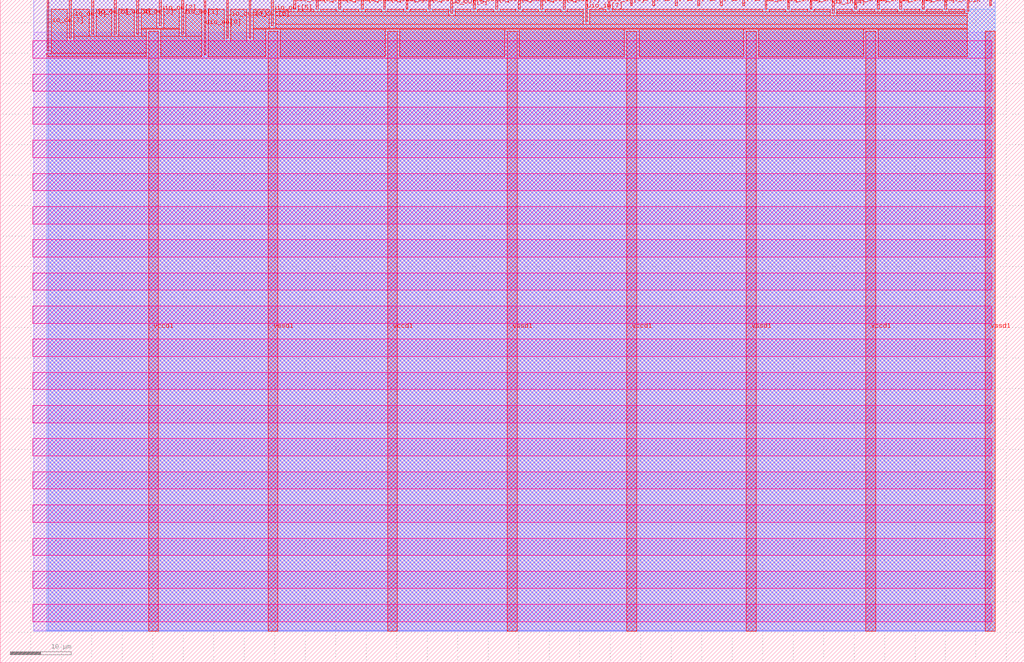
<source format=lef>
VERSION 5.7 ;
  NOWIREEXTENSIONATPIN ON ;
  DIVIDERCHAR "/" ;
  BUSBITCHARS "[]" ;
MACRO tt_um_ternaryPC_radixconvert
  CLASS BLOCK ;
  FOREIGN tt_um_ternaryPC_radixconvert ;
  ORIGIN 0.000 0.000 ;
  SIZE 167.900 BY 108.800 ;
  PIN clk
    DIRECTION INPUT ;
    USE SIGNAL ;
    PORT
      LAYER met4 ;
        RECT 158.550 106.950 158.850 108.800 ;
    END
  END clk
  PIN ena
    DIRECTION INPUT ;
    USE SIGNAL ;
    PORT
      LAYER met4 ;
        RECT 162.230 107.800 162.530 108.800 ;
    END
  END ena
  PIN rst_n
    DIRECTION INPUT ;
    USE SIGNAL ;
    PORT
      LAYER met4 ;
        RECT 154.870 107.260 155.170 108.800 ;
    END
  END rst_n
  PIN ui_in[0]
    DIRECTION INPUT ;
    USE SIGNAL ;
    PORT
      LAYER met4 ;
        RECT 151.190 107.260 151.490 108.800 ;
    END
  END ui_in[0]
  PIN ui_in[1]
    DIRECTION INPUT ;
    USE SIGNAL ;
    PORT
      LAYER met4 ;
        RECT 147.510 107.260 147.810 108.800 ;
    END
  END ui_in[1]
  PIN ui_in[2]
    DIRECTION INPUT ;
    USE SIGNAL ;
    PORT
      LAYER met4 ;
        RECT 143.830 107.260 144.130 108.800 ;
    END
  END ui_in[2]
  PIN ui_in[3]
    DIRECTION INPUT ;
    USE SIGNAL ;
    PORT
      LAYER met4 ;
        RECT 140.150 107.260 140.450 108.800 ;
    END
  END ui_in[3]
  PIN ui_in[4]
    DIRECTION INPUT ;
    USE SIGNAL ;
    PORT
      LAYER met4 ;
        RECT 136.470 106.580 136.770 108.800 ;
    END
  END ui_in[4]
  PIN ui_in[5]
    DIRECTION INPUT ;
    USE SIGNAL ;
    PORT
      LAYER met4 ;
        RECT 132.790 107.260 133.090 108.800 ;
    END
  END ui_in[5]
  PIN ui_in[6]
    DIRECTION INPUT ;
    USE SIGNAL ;
    PORT
      LAYER met4 ;
        RECT 129.110 107.260 129.410 108.800 ;
    END
  END ui_in[6]
  PIN ui_in[7]
    DIRECTION INPUT ;
    USE SIGNAL ;
    PORT
      LAYER met4 ;
        RECT 125.430 107.260 125.730 108.800 ;
    END
  END ui_in[7]
  PIN uio_in[0]
    DIRECTION INPUT ;
    USE SIGNAL ;
    PORT
      LAYER met4 ;
        RECT 121.750 107.800 122.050 108.800 ;
    END
  END uio_in[0]
  PIN uio_in[1]
    DIRECTION INPUT ;
    USE SIGNAL ;
    PORT
      LAYER met4 ;
        RECT 118.070 107.800 118.370 108.800 ;
    END
  END uio_in[1]
  PIN uio_in[2]
    DIRECTION INPUT ;
    USE SIGNAL ;
    PORT
      LAYER met4 ;
        RECT 114.390 107.800 114.690 108.800 ;
    END
  END uio_in[2]
  PIN uio_in[3]
    DIRECTION INPUT ;
    USE SIGNAL ;
    PORT
      LAYER met4 ;
        RECT 110.710 107.800 111.010 108.800 ;
    END
  END uio_in[3]
  PIN uio_in[4]
    DIRECTION INPUT ;
    USE SIGNAL ;
    PORT
      LAYER met4 ;
        RECT 107.030 107.800 107.330 108.800 ;
    END
  END uio_in[4]
  PIN uio_in[5]
    DIRECTION INPUT ;
    USE SIGNAL ;
    PORT
      LAYER met4 ;
        RECT 103.350 107.800 103.650 108.800 ;
    END
  END uio_in[5]
  PIN uio_in[6]
    DIRECTION INPUT ;
    USE SIGNAL ;
    PORT
      LAYER met4 ;
        RECT 99.670 107.260 99.970 108.800 ;
    END
  END uio_in[6]
  PIN uio_in[7]
    DIRECTION INPUT ;
    USE SIGNAL ;
    PORT
      LAYER met4 ;
        RECT 95.990 105.220 96.290 108.800 ;
    END
  END uio_in[7]
  PIN uio_oe[0]
    DIRECTION OUTPUT TRISTATE ;
    USE SIGNAL ;
    PORT
      LAYER met4 ;
        RECT 33.430 99.780 33.730 108.800 ;
    END
  END uio_oe[0]
  PIN uio_oe[1]
    DIRECTION OUTPUT TRISTATE ;
    USE SIGNAL ;
    PORT
      LAYER met4 ;
        RECT 29.750 103.180 30.050 108.800 ;
    END
  END uio_oe[1]
  PIN uio_oe[2]
    DIRECTION OUTPUT TRISTATE ;
    USE SIGNAL ;
    PORT
      LAYER met4 ;
        RECT 26.070 104.540 26.370 108.800 ;
    END
  END uio_oe[2]
  PIN uio_oe[3]
    DIRECTION OUTPUT TRISTATE ;
    USE SIGNAL ;
    PORT
      LAYER met4 ;
        RECT 22.390 103.180 22.690 108.800 ;
    END
  END uio_oe[3]
  PIN uio_oe[4]
    DIRECTION OUTPUT TRISTATE ;
    USE SIGNAL ;
    PORT
      LAYER met4 ;
        RECT 18.710 103.180 19.010 108.800 ;
    END
  END uio_oe[4]
  PIN uio_oe[5]
    DIRECTION OUTPUT TRISTATE ;
    USE SIGNAL ;
    PORT
      LAYER met4 ;
        RECT 15.030 103.180 15.330 108.800 ;
    END
  END uio_oe[5]
  PIN uio_oe[6]
    DIRECTION OUTPUT TRISTATE ;
    USE SIGNAL ;
    PORT
      LAYER met4 ;
        RECT 11.350 102.500 11.650 108.800 ;
    END
  END uio_oe[6]
  PIN uio_oe[7]
    DIRECTION OUTPUT TRISTATE ;
    USE SIGNAL ;
    PORT
      LAYER met4 ;
        RECT 7.670 100.460 7.970 108.800 ;
    END
  END uio_oe[7]
  PIN uio_out[0]
    DIRECTION OUTPUT TRISTATE ;
    USE SIGNAL ;
    PORT
      LAYER met4 ;
        RECT 62.870 107.260 63.170 108.800 ;
    END
  END uio_out[0]
  PIN uio_out[1]
    DIRECTION OUTPUT TRISTATE ;
    USE SIGNAL ;
    PORT
      LAYER met4 ;
        RECT 59.190 107.260 59.490 108.800 ;
    END
  END uio_out[1]
  PIN uio_out[2]
    DIRECTION OUTPUT TRISTATE ;
    USE SIGNAL ;
    PORT
      LAYER met4 ;
        RECT 55.510 107.260 55.810 108.800 ;
    END
  END uio_out[2]
  PIN uio_out[3]
    DIRECTION OUTPUT TRISTATE ;
    USE SIGNAL ;
    PORT
      LAYER met4 ;
        RECT 51.830 107.260 52.130 108.800 ;
    END
  END uio_out[3]
  PIN uio_out[4]
    DIRECTION OUTPUT TRISTATE ;
    USE SIGNAL ;
    PORT
      LAYER met4 ;
        RECT 48.150 107.260 48.450 108.800 ;
    END
  END uio_out[4]
  PIN uio_out[5]
    DIRECTION OUTPUT TRISTATE ;
    USE SIGNAL ;
    PORT
      LAYER met4 ;
        RECT 44.470 104.540 44.770 108.800 ;
    END
  END uio_out[5]
  PIN uio_out[6]
    DIRECTION OUTPUT TRISTATE ;
    USE SIGNAL ;
    PORT
      LAYER met4 ;
        RECT 40.790 102.500 41.090 108.800 ;
    END
  END uio_out[6]
  PIN uio_out[7]
    DIRECTION OUTPUT TRISTATE ;
    USE SIGNAL ;
    PORT
      LAYER met4 ;
        RECT 37.110 102.500 37.410 108.800 ;
    END
  END uio_out[7]
  PIN uo_out[0]
    DIRECTION OUTPUT TRISTATE ;
    USE SIGNAL ;
    PORT
      LAYER met4 ;
        RECT 92.310 107.260 92.610 108.800 ;
    END
  END uo_out[0]
  PIN uo_out[1]
    DIRECTION OUTPUT TRISTATE ;
    USE SIGNAL ;
    PORT
      LAYER met4 ;
        RECT 88.630 107.260 88.930 108.800 ;
    END
  END uo_out[1]
  PIN uo_out[2]
    DIRECTION OUTPUT TRISTATE ;
    USE SIGNAL ;
    PORT
      LAYER met4 ;
        RECT 84.950 107.260 85.250 108.800 ;
    END
  END uo_out[2]
  PIN uo_out[3]
    DIRECTION OUTPUT TRISTATE ;
    USE SIGNAL ;
    PORT
      LAYER met4 ;
        RECT 81.270 107.260 81.570 108.800 ;
    END
  END uo_out[3]
  PIN uo_out[4]
    DIRECTION OUTPUT TRISTATE ;
    USE SIGNAL ;
    PORT
      LAYER met4 ;
        RECT 77.590 107.260 77.890 108.800 ;
    END
  END uo_out[4]
  PIN uo_out[5]
    DIRECTION OUTPUT TRISTATE ;
    USE SIGNAL ;
    PORT
      LAYER met4 ;
        RECT 73.910 106.580 74.210 108.800 ;
    END
  END uo_out[5]
  PIN uo_out[6]
    DIRECTION OUTPUT TRISTATE ;
    USE SIGNAL ;
    PORT
      LAYER met4 ;
        RECT 70.230 107.260 70.530 108.800 ;
    END
  END uo_out[6]
  PIN uo_out[7]
    DIRECTION OUTPUT TRISTATE ;
    USE SIGNAL ;
    PORT
      LAYER met4 ;
        RECT 66.550 107.260 66.850 108.800 ;
    END
  END uo_out[7]
  PIN vccd1
    DIRECTION INOUT ;
    USE POWER ;
    PORT
      LAYER met4 ;
        RECT 24.325 5.200 25.925 103.600 ;
    END
    PORT
      LAYER met4 ;
        RECT 63.535 5.200 65.135 103.600 ;
    END
    PORT
      LAYER met4 ;
        RECT 102.745 5.200 104.345 103.600 ;
    END
    PORT
      LAYER met4 ;
        RECT 141.955 5.200 143.555 103.600 ;
    END
  END vccd1
  PIN vssd1
    DIRECTION INOUT ;
    USE GROUND ;
    PORT
      LAYER met4 ;
        RECT 43.930 5.200 45.530 103.600 ;
    END
    PORT
      LAYER met4 ;
        RECT 83.140 5.200 84.740 103.600 ;
    END
    PORT
      LAYER met4 ;
        RECT 122.350 5.200 123.950 103.600 ;
    END
    PORT
      LAYER met4 ;
        RECT 161.560 5.200 163.160 103.600 ;
    END
  END vssd1
  OBS
      LAYER nwell ;
        RECT 5.330 99.225 162.570 102.055 ;
        RECT 5.330 93.785 162.570 96.615 ;
        RECT 5.330 88.345 162.570 91.175 ;
        RECT 5.330 82.905 162.570 85.735 ;
        RECT 5.330 77.465 162.570 80.295 ;
        RECT 5.330 72.025 162.570 74.855 ;
        RECT 5.330 66.585 162.570 69.415 ;
        RECT 5.330 61.145 162.570 63.975 ;
        RECT 5.330 55.705 162.570 58.535 ;
        RECT 5.330 50.265 162.570 53.095 ;
        RECT 5.330 44.825 162.570 47.655 ;
        RECT 5.330 39.385 162.570 42.215 ;
        RECT 5.330 33.945 162.570 36.775 ;
        RECT 5.330 28.505 162.570 31.335 ;
        RECT 5.330 23.065 162.570 25.895 ;
        RECT 5.330 17.625 162.570 20.455 ;
        RECT 5.330 12.185 162.570 15.015 ;
        RECT 5.330 6.745 162.570 9.575 ;
      LAYER li1 ;
        RECT 5.520 5.355 162.380 103.445 ;
      LAYER met1 ;
        RECT 5.520 5.200 163.160 108.760 ;
      LAYER met2 ;
        RECT 7.910 5.255 163.130 108.790 ;
      LAYER met3 ;
        RECT 7.630 5.275 163.150 107.265 ;
      LAYER met4 ;
        RECT 8.370 102.100 10.950 107.265 ;
        RECT 12.050 102.780 14.630 107.265 ;
        RECT 15.730 102.780 18.310 107.265 ;
        RECT 19.410 102.780 21.990 107.265 ;
        RECT 23.090 104.140 25.670 107.265 ;
        RECT 26.770 104.140 29.350 107.265 ;
        RECT 23.090 104.000 29.350 104.140 ;
        RECT 23.090 102.780 23.925 104.000 ;
        RECT 12.050 102.100 23.925 102.780 ;
        RECT 8.370 100.060 23.925 102.100 ;
        RECT 7.655 99.455 23.925 100.060 ;
        RECT 26.325 102.780 29.350 104.000 ;
        RECT 30.450 102.780 33.030 107.265 ;
        RECT 26.325 99.455 33.030 102.780 ;
        RECT 34.130 102.100 36.710 107.265 ;
        RECT 37.810 102.100 40.390 107.265 ;
        RECT 41.490 104.140 44.070 107.265 ;
        RECT 45.170 106.860 47.750 107.265 ;
        RECT 48.850 106.860 51.430 107.265 ;
        RECT 52.530 106.860 55.110 107.265 ;
        RECT 56.210 106.860 58.790 107.265 ;
        RECT 59.890 106.860 62.470 107.265 ;
        RECT 63.570 106.860 66.150 107.265 ;
        RECT 67.250 106.860 69.830 107.265 ;
        RECT 70.930 106.860 73.510 107.265 ;
        RECT 45.170 106.180 73.510 106.860 ;
        RECT 74.610 106.860 77.190 107.265 ;
        RECT 78.290 106.860 80.870 107.265 ;
        RECT 81.970 106.860 84.550 107.265 ;
        RECT 85.650 106.860 88.230 107.265 ;
        RECT 89.330 106.860 91.910 107.265 ;
        RECT 93.010 106.860 95.590 107.265 ;
        RECT 74.610 106.180 95.590 106.860 ;
        RECT 45.170 104.820 95.590 106.180 ;
        RECT 96.690 106.860 99.270 107.265 ;
        RECT 100.370 106.860 125.030 107.265 ;
        RECT 126.130 106.860 128.710 107.265 ;
        RECT 129.810 106.860 132.390 107.265 ;
        RECT 133.490 106.860 136.070 107.265 ;
        RECT 96.690 106.180 136.070 106.860 ;
        RECT 137.170 106.860 139.750 107.265 ;
        RECT 140.850 106.860 143.430 107.265 ;
        RECT 144.530 106.860 147.110 107.265 ;
        RECT 148.210 106.860 150.790 107.265 ;
        RECT 151.890 106.860 154.470 107.265 ;
        RECT 155.570 106.860 158.150 107.265 ;
        RECT 137.170 106.550 158.150 106.860 ;
        RECT 137.170 106.180 158.550 106.550 ;
        RECT 96.690 104.820 158.550 106.180 ;
        RECT 45.170 104.140 158.550 104.820 ;
        RECT 41.490 104.000 158.550 104.140 ;
        RECT 41.490 102.100 43.530 104.000 ;
        RECT 34.130 99.455 43.530 102.100 ;
        RECT 45.930 99.455 63.135 104.000 ;
        RECT 65.535 99.455 82.740 104.000 ;
        RECT 85.140 99.455 102.345 104.000 ;
        RECT 104.745 99.455 121.950 104.000 ;
        RECT 124.350 99.455 141.555 104.000 ;
        RECT 143.955 99.455 158.550 104.000 ;
  END
END tt_um_ternaryPC_radixconvert
END LIBRARY


</source>
